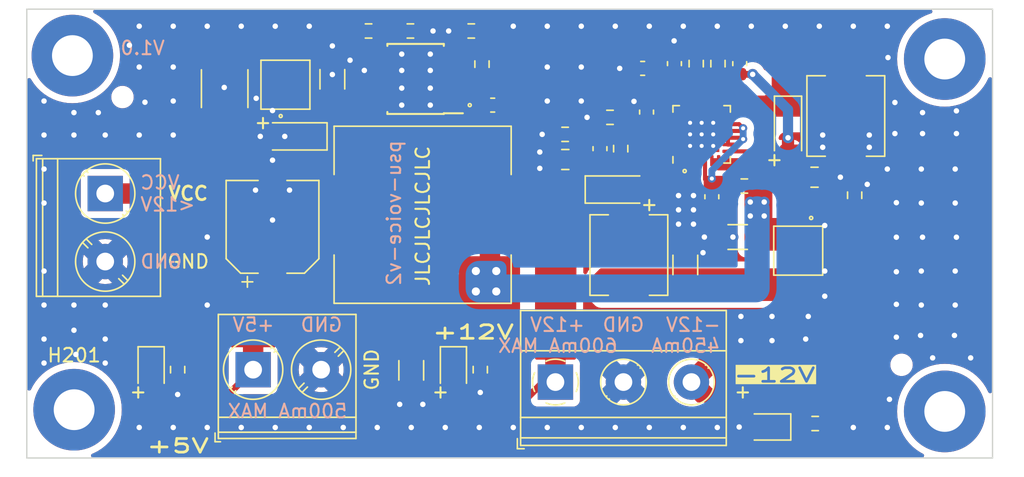
<source format=kicad_pcb>
(kicad_pcb (version 20221018) (generator pcbnew)
  (layers (0 "F.Cu" signal) (1 "In1.Cu" power "GND1") (2 "In2.Cu" power "GND2") (31 "B.Cu" signal) (34 "B.Paste" user) (35 "F.Paste" user) (36 "B.SilkS" user "B.Silkscreen") (37 "F.SilkS" user "F.Silkscreen") (38 "B.Mask" user) (39 "F.Mask" user) (44 "Edge.Cuts" user))
  (net 0 "")
  (net 1 "GND")
  (net 2 "+12V")
  (net 3 "-12V")
  (net 4 "VCC")
  (net 5 "+5V")
  (net 6 "Net-(Q101-S)")
  (net 7 "Net-(Q102-D)")
  (net 8 "Net-(U101-ENN)")
  (net 9 "Net-(U102-BOOT)")
  (net 10 "Net-(D102-K)")
  (net 11 "Net-(U101-CP)")
  (net 12 "Net-(U101-FBP)")
  (net 13 "Net-(U101-FBN)")
  (net 14 "Net-(U101-VREF)")
  (net 15 "Net-(U101-CN)")
  (net 16 "Net-(D101-A)")
  (net 17 "Net-(D103-K)")
  (net 18 "Net-(D104-K)")
  (net 19 "Net-(D105-K)")
  (net 20 "Net-(D106-K)")
  (net 21 "Net-(Q101-D)")
  (net 22 "Net-(Q102-G)")
  (net 23 "Net-(U102-EN)")
  (net 28 "PSU_FB")
  (footprint "MountingHole:MountingHole_2.1mm" (layer "F.Cu") (at 26.035 21.463)
    (fp_text reference "REF**")
    (fp_text value "MountingHole_1.152mm")
  )
  (footprint "MountingHole:MountingHole_2.1mm" (layer "F.Cu") (at 83.312 41.148)
    (fp_text reference "REF**")
    (fp_text value "MountingHole_1.152mm")
  )
  (footprint "Resistor_SMD:R_0603_1608Metric" (layer "F.Cu") (at 52.465 19.0435 -90)
    (fp_text reference "R108")
    (fp_text value "10k")
  )
  (footprint "Capacitor_SMD:C_1206_3216Metric" (layer "F.Cu") (at 71.265 31.756 180)
    (fp_text reference "C101")
    (fp_text value "10u")
  )
  (footprint "MountingHole:MountingHole_3mm_Pad" (layer "F.Cu") (at 22.352 18.415)
    (fp_text reference "H202" hide)
    (fp_text value "MountingHole")
  )
  (footprint "MountingHole:MountingHole_3mm_Pad" (layer "F.Cu") (at 86.487 44.577)
    (fp_text reference "H204" hide)
    (fp_text value "MountingHole")
  )
  (footprint "MountingHole:MountingHole_3mm_Pad" (layer "F.Cu") (at 86.487 18.669)
    (fp_text reference "H203" hide)
    (fp_text value "MountingHole")
  )
  (footprint "Inductor_SMD:L_Sunlord_MWSA0518S" (layer "F.Cu") (at 79.215 22.856 -90)
    (fp_text reference "L103")
    (fp_text value "10u")
  )
  (footprint "PCM_Package_TO_SOT_SMD_AKL:SOT-23" (layer "F.Cu") (at 75.715 32.756 -90)
    (fp_text reference "Q102")
    (fp_text value "AO3401A" hide)
  )
  (footprint "Package_SO:TI_SO-PowerPAD-8_ThermalVias" (layer "F.Cu") (at 47.5836 20.1314 180)
    (fp_text reference "U102")
    (fp_text value "TPS5430DDA")
  )
  (footprint "Resistor_SMD:R_0603_1608Metric" (layer "F.Cu") (at 61.8775 22.956)
    (fp_text reference "R105")
    (fp_text value "110k")
  )
  (footprint "TerminalBlock_Phoenix:TerminalBlock_Phoenix_PT-1,5-2-5.0-H_1x02_P5.00mm_Horizontal" (layer "F.Cu") (at 24.765 28.556 -90)
    (fp_text reference "J101")
    (fp_text value "Screw_Terminal_01x02")
  )
  (footprint "Inductor_SMD:L_Sunlord_SWRB1204S" (layer "F.Cu") (at 48.1012 30.117)
    (fp_text reference "L102")
    (fp_text value "47u")
  )
  (footprint "Resistor_SMD:R_0603_1608Metric" (layer "F.Cu") (at 68.215 19.006 90)
    (fp_text reference "R106")
    (fp_text value "100k")
  )
  (footprint "Resistor_SMD:R_0603_1608Metric" (layer "F.Cu") (at 71.7525 28.006)
    (fp_text reference "R101")
    (fp_text value "100")
  )
  (footprint "Resistor_SMD:R_0603_1608Metric" (layer "F.Cu") (at 44.1275 16.606 180)
    (fp_text reference "R102")
    (fp_text value "100k")
  )
  (footprint "Capacitor_SMD:C_0603_1608Metric" (layer "F.Cu") (at 66.615 19.006 90)
    (fp_text reference "C111")
    (fp_text value "220n")
  )
  (footprint "Capacitor_SMD:C_1206_3216Metric" (layer "F.Cu") (at 67.415 33.806 90)
    (fp_text reference "C103")
    (fp_text value "10u")
  )
  (footprint "Capacitor_SMD:C_0603_1608Metric" (layer "F.Cu") (at 53.2525 22.056)
    (fp_text reference "C105")
    (fp_text value "10n")
  )
  (footprint "Capacitor_SMD:C_0603_1608Metric" (layer "F.Cu") (at 71.415 19.006 -90)
    (fp_text reference "C109")
    (fp_text value "8p2")
  )
  (footprint "Diode_SMD:D_SOD-123" (layer "F.Cu") (at 38.715 24.356 180)
    (fp_text reference "D102")
    (fp_text value "B5819W")
  )
  (footprint "LED_SMD:LED_0805_2012Metric" (layer "F.Cu") (at 28.14 41.506 -90)
    (fp_text reference "D104")
    (fp_text value "RED")
  )
  (footprint "Capacitor_SMD:CP_Elec_6.3x7.7" (layer "F.Cu") (at 37.065 31.006 90)
    (fp_text reference "C110")
    (fp_text value "220u")
  )
  (footprint "Capacitor_SMD:C_1206_3216Metric" (layer "F.Cu") (at 41.465 20.156 90)
    (fp_text reference "C102")
    (fp_text value "10u")
  )
  (footprint "Capacitor_SMD:C_0603_1608Metric" (layer "F.Cu") (at 64.565 22.5685 90)
    (fp_text reference "C106")
    (fp_text value "10n")
  )
  (footprint "Resistor_SMD:R_0603_1608Metric" (layer "F.Cu") (at 47.2025 16.606 180)
    (fp_text reference "R103")
    (fp_text value "100k")
  )
  (footprint "MountingHole:MountingHole_3mm_Pad" (layer "F.Cu") (at 22.479 44.45)
    (fp_text reference "H201")
    (fp_text value "MountingHole")
  )
  (footprint "TerminalBlock_Phoenix:TerminalBlock_Phoenix_PT-1,5-2-5.0-H_1x02_P5.00mm_Horizontal" (layer "F.Cu") (at 35.64 41.506)
    (fp_text reference "J103")
    (fp_text value "Screw_Terminal_01x02")
  )
  (footprint "Capacitor_SMD:C_0603_1608Metric" (layer "F.Cu") (at 69.365 28.7935 -90)
    (fp_text reference "C104")
    (fp_text value "100n")
  )
  (footprint "Capacitor_SMD:C_0805_2012Metric" (layer "F.Cu") (at 76.915 27.356)
    (fp_text reference "C112")
    (fp_text value "22u")
  )
  (footprint "TerminalBlock_Phoenix:TerminalBlock_Phoenix_MKDS-1,5-3_1x03_P5.00mm_Horizontal" (layer "F.Cu") (at 57.865 42.418)
    (fp_text reference "J102")
    (fp_text value "Screw_Terminal_01x03")
  )
  (footprint "LED_SMD:LED_0805_2012Metric" (layer "F.Cu") (at 50.365 41.506 -90)
    (fp_text reference "D105")
    (fp_text value "GREEN")
  )
  (footprint "Diode_SMD:D_SOD-123" (layer "F.Cu") (at 62.415 28.2628)
    (fp_text reference "D101")
    (fp_text value "B5819W")
  )
  (footprint "Capacitor_SMD:C_0603_1608Metric" (layer "F.Cu") (at 64.2775 19.356 180)
    (fp_text reference "C114")
    (fp_text value "4n7")
  )
  (footprint "Capacitor_SMD:C_0805_2012Metric" (layer "F.Cu") (at 58.59 26.056 180)
    (fp_text reference "C113")
    (fp_text value "22u")
  )
  (footprint "Resistor_SMD:R_0603_1608Metric" (layer "F.Cu") (at 30.09 41.506 90)
    (fp_text reference "R112")
    (fp_text value "1k5")
  )
  (footprint "Resistor_SMD:R_0603_1608Metric" (layer "F.Cu") (at 52.34 41.506 90)
    (fp_text reference "R113")
    (fp_text value "4k3")
  )
  (footprint "Diode_SMD:D_SOD-123" (layer "F.Cu") (at 74.965 23.756 -90)
    (fp_text reference "D103")
    (fp_text value "B5819W")
  )
  (footprint "PCM_Package_TO_SOT_SMD_AKL:SOT-23" (layer "F.Cu") (at 38.015 20.556 90)
    (fp_text reference "Q101")
    (fp_text value "AO3401A" hide)
  )
  (footprint "Resistor_SMD:R_0603_1608Metric" (layer "F.Cu") (at 62.665 25.256 -90)
    (fp_text reference "R104")
    (fp_text value "1M")
  )
  (footprint "Capacitor_SMD:C_0603_1608Metric" (layer "F.Cu") (at 61.14 25.256 90)
    (fp_text reference "C108")
    (fp_text value "6p8")
  )
  (footprint "Inductor_SMD:L_Sunlord_MWSA0518S" (layer "F.Cu") (at 63.265 33.0788 90)
    (fp_text reference "L101")
    (fp_text value "10u")
  )
  (footprint "Resistor_SMD:R_0603_1608Metric" (layer "F.Cu") (at 58.5775 24.206)
    (fp_text reference "R111")
    (fp_text value "12k")
  )
  (footprint "LED_SMD:LED_0805_2012Metric" (layer "F.Cu") (at 73.4845 45.72 180)
    (fp_text reference "D106")
    (fp_text value "YELLOW")
  )
  (footprint "Capacitor_SMD:C_1206_3216Metric" (layer "F.Cu") (at 47.265 41.556 -90)
    (fp_text reference "C107")
    (fp_text value "10u")
  )
  (footprint "Resistor_SMD:R_0603_1608Metric" (layer "F.Cu") (at 69.815 19.006 90)
    (fp_text reference "R107")
    (fp_text value "1M")
  )
  (footprint "Resistor_SMD:R_0603_1608Metric" (layer "F.Cu") (at 51.6775 16.606)
    (fp_text reference "R109")
    (fp_text value "3k3")
  )
  (footprint "Package_DFN_QFN:QFN-24-1EP_4x4mm_P0.5mm_EP2.6x2.6mm" (layer "F.Cu") (at 68.615 24.206 90)
    (fp_text reference "U101")
    (fp_text value "TPS65131RGER")
  )
  (footprint "Resistor_SMD:R_0603_1608Metric" (layer "F.Cu") (at 76.962 45.466)
    (fp_text reference "R114")
    (fp_text value "5k1")
  )
  (footprint "Fuse:Fuse_1812_4532Metric" (layer "F.Cu") (at 33.547 20.846 -90)
    (fp_text reference "F101")
    (fp_text value "500mA")
  )
  (footprint "Resistor_SMD:R_0603_1608Metric" (layer "F.Cu") (at 79.865 28.681 -90)
    (fp_text reference "R110")
    (fp_text value "12k")
  )
  (gr_circle (center 67.365 26.906) (end 67.39 26.956) (stroke (width 0.12)) (fill none) (layer "F.SilkS"))
  (gr_circle (center 76.665 30.353) (end 76.69 30.403) (stroke (width 0.12)) (fill none) (layer "F.SilkS"))
  (gr_circle (center 37.665 22.86) (end 37.715 22.86) (stroke (width 0.12)) (fill none) (layer "F.SilkS"))
  (gr_circle (center 51.565 22.056) (end 51.565 22.106) (stroke (width 0.12)) (fill none) (layer "F.SilkS"))
  (gr_line (start 19 15) (end 90 15) (stroke (width 0.1)) (layer "Edge.Cuts"))
  (gr_line (start 90 15) (end 90 48) (stroke (width 0.1)) (layer "Edge.Cuts"))
  (gr_line (start 19 48) (end 19 15) (stroke (width 0.1)) (layer "Edge.Cuts"))
  (gr_line (start 90 48) (end 19 48) (stroke (width 0.1)) (layer "Edge.Cuts"))
  (gr_text "GND" (at 40.665 38.206) (layer "B.SilkS") (effects (font (size 1 1)) (justify mirror)))
  (gr_text "+5V" (at 35.665 38.206) (layer "B.SilkS") (effects (font (size 1 1)) (justify mirror)))
  (gr_text "+12V" (at 58.015 38.206) (layer "B.SilkS") (effects (font (size 1 1)) (justify mirror)))
  (gr_text "GND" (at 62.865 38.206) (layer "B.SilkS") (effects (font (size 1 1)) (justify mirror)))
  (gr_text "-12V" (at 68 38.206) (layer "B.SilkS") (effects (font (size 1 1)) (justify mirror)))
  (gr_text "GND" (at 27.265 33.556) (layer "B.SilkS") (effects (font (size 1 1)) (justify right mirror)))
  (gr_text "600mA MAX" (at 58.039 39.751) (layer "B.SilkS") (effects (font (size 1 1)) (justify mirror)))
  (gr_text "450mA" (at 67.437 39.751) (layer "B.SilkS") (effects (font (size 1 1)) (justify mirror)))
  (gr_text "500mA MAX" (at 38.165 44.556) (layer "B.SilkS") (effects (font (size 1 1)) (justify mirror)))
  (gr_text "VCC\n<12V" (at 27.265 28.556) (layer "B.SilkS") (effects (font (size 1 1)) (justify right mirror)))
  (gr_text "V1.0" (at 27.515 17.856) (layer "B.SilkS") (effects (font (size 1 1)) (justify mirror)))
  (gr_text "psu-voice-v2" (at 45.993 29.99 90) (layer "B.SilkS") (effects (font (size 1 1)) (justify mirror)))
  (gr_text "+12V" (at 51.816 38.74906) (layer "F.SilkS") (effects (font (size 1 1.5) (thickness 0.2) bold)))
  (gr_text "-12V" (at 73.9648 41.91) (layer "F.SilkS" knockout) (effects (font (size 1 1.5) (thickness 0.2) bold)))
  (gr_text "GND" (at 44.365 41.506 90) (layer "F.SilkS") (effects (font (size 1 1))))
  (gr_text "GND" (at 30.865 33.556) (layer "F.SilkS") (effects (font (size 1 1))))
  (gr_text "VCC" (at 30.865 28.556) (layer "F.SilkS") (effects (font (size 1 1) (thickness 0.2) bold)))
  (gr_text "+" (at 49.415 43.106) (layer "F.SilkS") (effects (font (size 1 1))))
  (gr_text "+" (at 71.64 43.106) (layer "F.SilkS") (effects (font (size 1 1))))
  (gr_text "+" (at 73.965 26.031) (layer "F.SilkS") (effects (font (size 1 1))))
  (gr_text "+" (at 64.765 29.331) (layer "F.SilkS") (effects (font (size 1 1))))
  (gr_text "+" (at 36.365 23.306) (layer "F.SilkS") (effects (font (size 1 1))))
  (gr_text "+" (at 27.19 43.106) (layer "F.SilkS") (effects (font (size 1 1))))
  (gr_text "+5V" (at 30.099 47.117) (layer "F.SilkS") (effects (font (size 1 1.5) (thickness 0.2) bold)))
  (gr_text "JLCJLCJLCJLC" (at 48.115 30.206 90) (layer "F.SilkS") (effects (font (size 1 1))))
  (segment (start 72.547 45.72) (end 71.6095 45.72) (width 0.75) (layer "F.Cu") (net 1))
  (segment (start 78.965 25.156) (end 79.215 24.906) (width 0.75) (layer "F.Cu") (net 1))
  (segment (start 44.915 19.516) (end 43.825 19.516) (width 0.75) (layer "F.Cu") (net 1))
  (segment (start 79.865 27.8935) (end 80.7775 27.8935) (width 0.5) (layer "F.Cu") (net 1))
  (segment (start 41.465 17.706) (end 41.465 18.756) (width 0.75) (layer "F.Cu") (net 1))
  (segment (start 57.265 26.056) (end 56.715 25.506) (width 0.75) (layer "F.Cu") (net 1))
  (segment (start 37.065 28.306) (end 38.315 28.306) (width 0.75) (layer "F.Cu") (net 1))
  (segment (start 42.765 18.756) (end 41.465 18.756) (width 0.75) (layer "F.Cu") (net 1))
  (segment (start 48.865 16.606) (end 48.0275 16.606) (width 0.75) (layer "F.Cu") (net 1))
  (segment (start 48.115 44.056) (end 48.115 43.881) (width 0.75) (layer "F.Cu") (net 1))
  (segment (start 64.565 21.7935) (end 63.6525 21.7935) (width 0.75) (layer "F.Cu") (net 1))
  (segment (start 30.09 43.331) (end 30.09 42.331) (width 0.75) (layer "F.Cu") (net 1))
  (segment (start 43.825 19.516) (end 43.815 19.506) (width 0.75) (layer "F.Cu") (net 1))
  (segment (start 44.915 19.516) (end 46.98 19.516) (width 0.75) (layer "F.Cu") (net 1))
  (segment (start 37.065 28.306) (end 35.815 28.306) (width 0.75) (layer "F.Cu") (net 1))
  (segment (start 63.5025 19.356) (end 62.59 19.356) (width 0.75) (layer "F.Cu") (net 1))
  (segment (start 77.515 25.156) (end 78.965 25.156) (width 0.75) (layer "F.Cu") (net 1))
  (segment (start 57.64 26.056) (end 57.365 26.056) (width 0.75) (layer "F.Cu") (net 1))
  (segment (start 50.8525 16.606) (end 50.015 16.606) (width 0.75) (layer "F.Cu") (net 1))
  (segment (start 70.915 31.756) (end 69.865 31.756) (width 0.75) (layer "F.Cu") (net 1))
  (segment (start 64.79 21.781) (end 64.565 21.781) (width 0.3) (layer "F.Cu") (net 1))
  (segment (start 77.865 27.356) (end 78.815 27.356) (width 0.75) (layer "F.Cu") (net 1))
  (segment (start 37.065 28.306) (end 37.065 26.106) (width 0.75) (layer "F.Cu") (net 1))
  (segment (start 46.415 44.056) (end 46.415 43.881) (width 0.75) (layer "F.Cu") (net 1))
  (segment (start 37.065 21.556) (end 37.065 22.456) (width 0.75) (layer "F.Cu") (net 1))
  (segment (start 37.065 24.356) (end 36.165 24.356) (width 0.75) (layer "F.Cu") (net 1))
  (segment (start 79.865 24.256) (end 79.215 24.906) (width 0.75) (layer "F.Cu") (net 1))
  (segment (start 37.065 28.306) (end 37.065 30.506) (width 0.75) (layer "F.Cu") (net 1))
  (segment (start 77.515 24.256) (end 78.565 24.256) (width 0.75) (layer "F.Cu") (net 1))
  (segment (start 61.0525 22.956) (end 60.19 22.956) (width 0.75) (layer "F.Cu") (net 1))
  (segment (start 52.34 43.181) (end 52.34 42.331) (width 0.75) (layer "F.Cu") (net 1))
  (segment (start 41.465 18.756) (end 41.465 19.806) (width 0.75) (layer "F.Cu") (net 1))
  (segment (start 80.94 24.256) (end 79.865 24.256) (width 0.75) (layer "F.Cu") (net 1))
  (segment (start 37.065 24.356) (end 37.965 24.356) (width 0.75) (layer "F.Cu") (net 1))
  (segment (start 57.365 26.056) (end 56.715 26.706) (width 0.75) (layer "F.Cu") (net 1))
  (segment (start 66.6775 22.956) (end 65.965 22.956) (width 0.3) (layer "F.Cu") (net 1))
  (segment (start 78.565 24.256) (end 79.215 24.906) (width 0.75) (layer "F.Cu") (net 1))
  (segment (start 48.115 43.881) (end 47.265 43.031) (width 0.75) (layer "F.Cu") (net 1))
  (segment (start 46.415 43.881) (end 47.265 43.031) (width 0.75) (layer "F.Cu") (net 1))
  (segment (start 79.465 25.156) (end 79.215 24.906) (width 0.75) (layer "F.Cu") (net 1))
  (segment (start 57.7525 24.206) (end 56.89 24.206) (width 0.75) (layer "F.Cu") (net 1))
  (segment (start 66.615 18.231) (end 66.615 17.356) (width 0.75) (layer "F.Cu") (net 1))
  (segment (start 80.7775 27.8935) (end 80.79 27.881) (width 0.5) (layer "F.Cu") (net 1))
  (segment (start 65.965 22.956) (end 64.79 21.781) (width 0.3) (layer "F.Cu") (net 1))
  (segment (start 80.94 25.156) (end 79.465 25.156) (width 0.75) (layer "F.Cu") (net 1))
  (segment (start 66.615 17.356) (end 66.59 17.331) (width 0.75) (layer "F.Cu") (net 1))
  (segment (start 63.6525 21.7935) (end 63.64 21.781) (width 0.75) (layer "F.Cu") (net 1))
  (segment (start 57.64 26.056) (end 57.265 26.056) (width 0.75) (layer "F.Cu") (net 1))
  (via (at 67.765 24.206) (size 0.6) (drill 0.3) (layers "F.Cu" "B.Cu") (net 1))
  (via (at 67.765 23.356) (size 0.6) (drill 0.3) (layers "F.Cu" "B.Cu") (net 1))
  (via (at 68.615 23.356) (size 0.6) (drill 0.3) (layers "F.Cu" "B.Cu") (net 1))
  (via (at 69.465 23.356) (size 0.6) (drill 0.3) (layers "F.Cu" "B.Cu") (net 1))
  (via (at 69.465 24.206) (size 0.6) (drill 0.3) (layers "F.Cu" "B.Cu") (net 1))
  (via (at 69.465 25.056) (size 0.6) (drill 0.3) (layers "F.Cu" "B.Cu") (net 1))
  (via (at 68.615 25.056) (size 0.6) (drill 0.3) (layers "F.Cu" "B.Cu") (net 1))
  (via (at 67.765 25.056) (size 0.6) (drill 0.3) (layers "F.Cu" "B.Cu") (net 1))
  (via (at 56.715 25.506) (size 0.8) (drill 0.4) (layers "F.Cu" "B.Cu") (net 1))
  (via (at 56.89 24.206) (size 0.8) (drill 0.4) (layers "F.Cu" "B.Cu") (net 1))
  (via (at 60.19 22.956) (size 0.8) (drill 0.4) (layers "F.Cu" "B.Cu") (net 1))
  (via (at 63.64 21.781) (size 0.8) (drill 0.4) (layers "F.Cu" "B.Cu") (net 1))
  (via (at 62.59 19.356) (size 0.8) (drill 0.4) (layers "F.Cu" "B.Cu") (net 1))
  (via (at 66.59 17.331) (size 0.8) (drill 0.4) (layers "F.Cu" "B.Cu") (net 1))
  (via (at 78.815 27.356) (size 0.8) (drill 0.4) (layers "F.Cu" "B.Cu") (net 1))
  (via (at 80.79 27.881) (size 0.8) (drill 0.4) (layers "F.Cu" "B.Cu") (net 1))
  (via (at 80.94 25.156) (size 0.8) (drill 0.4) (layers "F.Cu" "B.Cu") (net 1))
  (via (at 80.94 24.256) (size 0.8) (drill 0.4) (layers "F.Cu" "B.Cu") (net 1))
  (via (at 77.515 24.256) (size 0.8) (drill 0.4) (layers "F.Cu" "B.Cu") (net 1))
  (via (at 77.515 25.156) (size 0.8) (drill 0.4) (layers "F.Cu" "B.Cu") (net 1))
  (via (at 68.715 32.906) (size 0.8) (drill 0.4) (layers "F.Cu" "B.Cu") (net 1))
  (via (at 68.815 31.756) (size 0.8) (drill 0.4) (layers "F.Cu" "B.Cu") (net 1))
  (via (at 52.34 43.181) (size 0.8) (drill 0.4) (layers "F.Cu" "B.Cu") (net 1))
  (via (at 30.09 43.331) (size 0.8) (drill 0.4) (layers "F.Cu" "B.Cu") (net 1))
  (via (at 29.765 16.256) (size 0.8) (drill 0.4) (layers "F.Cu" "B.Cu") (net 1))
  (via (at 32.265 16.256) (size 0.8) (drill 0.4) (layers "F.Cu" "B.Cu") (net 1))
  (via (at 34.765 16.256) (size 0.8) (drill 0.4) (layers "F.Cu" "B.Cu") (net 1))
  (via (at 37.265 16.256) (size 0.8) (drill 0.4) (layers "F.Cu" "B.Cu") (net 1))
  (via (at 59.765 16.256) (size 0.8) (drill 0.4) (layers "F.Cu" "B.Cu") (net 1))
  (via (at 62.265 16.256) (size 0.8) (drill 0.4) (layers "F.Cu" "B.Cu") (net 1))
  (via (at 64.765 16.256) (size 0.8) (drill 0.4) (layers "F.Cu" "B.Cu") (net 1))
  (via (at 67.265 16.256) (size 0.8) (drill 0.4) (layers "F.Cu" "B.Cu") (net 1))
  (via (at 69.765 16.256) (size 0.8) (drill 0.4) (layers "F.Cu" "B.Cu") (net 1))
  (via (at 72.265 16.256) (size 0.8) (drill 0.4) (layers "F.Cu" "B.Cu") (net 1))
  (via (at 74.765 16.256) (size 0.8) (drill 0.4) (layers "F.Cu" "B.Cu") (net 1))
  (via (at 77.265 16.256) (size 0.8) (drill 0.4) (layers "F.Cu" "B.Cu") (net 1))
  (via (at 79.765 16.256) (size 0.8) (drill 0.4) (layers "F.Cu" "B.Cu") (net 1))
  (via (at 82.265 16.256) (size 0.8) (drill 0.4) (layers "F.Cu" "B.Cu") (net 1))
  (via (at 26.543 17.653) (size 0.8) (drill 0.4) (layers "F.Cu" "B.Cu") (net 1))
  (via (at 20.265 26.756) (size 0.8) (drill 0.4) (layers "F.Cu" "B.Cu") (net 1))
  (via (at 20.265 41.021) (size 0.8) (drill 0.4) (layers "F.Cu" "B.Cu") (net 1))
  (via (at 20.265 39.256) (size 0.8) (drill 0.4) (layers "F.Cu" "B.Cu") (net 1))
  (via (at 20.265 36.756) (size 0.8) (drill 0.4) (layers "F.Cu" "B.Cu") (net 1))
  (via (at 20.265 34.256) (size 0.8) (drill 0.4) (layers "F.Cu" "B.Cu") (net 1))
  (via (at 20.265 29.256) (size 0.8) (drill 0.4) (layers "F.Cu" "B.Cu") (net 1))
  (via (at 20.265 24.256) (size 0.8) (drill 0.4) (layers "F.Cu" "B.Cu") (net 1))
  (via (at 20.265 21.756) (size 0.8) (drill 0.4) (layers "F.Cu" "B.Cu") (net 1))
  (via (at 32.265 45.756) (size 0.8) (drill 0.4) (layers "F.Cu" "B.Cu") (net 1))
  (via (at 34.765 45.756) (size 0.8) (drill 0.4) (layers "F.Cu" "B.Cu") (net 1))
  (via (at 52.265 45.756) (size 0.8) (drill 0.4) (layers "F.Cu" "B.Cu") (net 1))
  (via (at 82.265 45.756) (size 0.8) (drill 0.4) (layers "F.Cu" "B.Cu") (net 1))
  (via (at 39.765 45.756) (size 0.8) (drill 0.4) (layers "F.Cu" "B.Cu") (net 1))
  (via (at 42.265 45.756) (size 0.8) (drill 0.4) (layers "F.Cu" "B.Cu") (net 1))
  (via (at 64.765 45.756) (size 0.8) (drill 0.4) (layers "F.Cu" "B.Cu") (net 1))
  (via (at 59.765 45.756) (size 0.8) (drill 0.4) (layers "F.Cu" "B.Cu") (net 1))
  (via (at 47.265 45.756) (size 0.8) (drill 0.4) (layers "F.Cu" "B.Cu") (net 1))
  (via (at 49.765 45.756) (size 0.8) (drill 0.4) (layers "F.Cu" "B.Cu") (net 1))
  (via (at 54.765 45.756) (size 0.8) (drill 0.4) (layers "F.Cu" "B.Cu") (net 1))
  (via (at 67.265 45.756) (size 0.8) (drill 0.4) (layers "F.Cu" "B.Cu") (net 1))
  (via (at 27.265 45.756) (size 0.8) (drill 0.4) (layers "F.Cu" "B.Cu") (net 1))
  (via (at 37.265 45.756) (size 0.8) (drill 0.4) (layers "F.Cu" "B.Cu") (net 1))
  (via (at 44.765 45.756) (size 0.8) (drill 0.4) (layers "F.Cu" "B.Cu") (net 1))
  (via (at 69.765 45.756) (size 0.8) (drill 0.4) (layers "F.Cu" "B.Cu") (net 1))
  (via (at 57.265 45.756) (size 0.8) (drill 0.4) (layers "F.Cu" "B.Cu") (net 1))
  (via (at 62.265 45.756) (size 0.8) (drill 0.4) (layers "F.Cu" "B.Cu") (net 1))
  (via (at 79.765 45.756) (size 0.8) (drill 0.4) (layers "F.Cu" "B.Cu") (net 1))
  (via (at 29.765 45.756) (size 0.8) (drill 0.4) (layers "F.Cu" "B.Cu") (net 1))
  (via (at 66.915 28.706) (size 0.8) (drill 0.4) (layers "F.Cu" "B.Cu") (net 1))
  (via (at 68.015 28.706) (size 0.8) (drill 0.4) (layers "F.Cu" "B.Cu") (net 1))
  (via (at 66.915 29.756) (size 0.8) (drill 0.4) (layers "F.Cu" "B.Cu") (net 1))
  (via (at 68.015 29.756) (size 0.8) (drill 0.4) (layers "F.Cu" "B.Cu") (net 1))
  (via (at 66.915 30.806) (size 0.8) (drill 0.4) (layers "F.Cu" "B.Cu") (net 1))
  (via (at 68.015 30.806) (size 0.8) (drill 0.4) (layers "F.Cu" "B.Cu") (net 1))
  (via (at 29.765 19.256) (size 0.8) (drill 0.4) (layers "F.Cu" "B.Cu") (net 1))
  (via (at 29.765 21.756) (size 0.8) (drill 0.4) (layers "F.Cu" "B.Cu") (net 1))
  (via (at 29.765 24.256) (size 0.8) (drill 0.4) (layers "F.Cu" "B.Cu") (net 1))
  (via (at 27.265 24.256) (size 0.8) (drill 0.4) (layers "F.Cu" "B.Cu") (net 1))
  (via (at 24.765 24.256) (size 0.8) (drill 0.4) (layers "F.Cu" "B.Cu") (net 1))
  (via (at 27.686 21.844) (size 0.8) (drill 0.4) (layers "F.Cu" "B.Cu") (net 1))
  (via (at 27.265 19.256) (size 0.8) (drill 0.4) (layers "F.Cu" "B.Cu") (net 1))
  (via (at 24.257 22.606) (size 0.8) (drill 0.4) (layers "F.Cu" "B.Cu") (net 1))
  (via (at 24.765 36.756) (size 0.8) (drill 0.4) (layers "F.Cu" "B.Cu") (net 1))
  (via (at 24.765 39.256) (size 0.8) (drill 0.4) (layers "F.Cu" "B.Cu") (net 1))
  (via (at 32.265 31.756) (size 0.8) (drill 0.4) (layers "F.Cu" "B.Cu") (net 1))
  (via (at 57.265 19.256) (size 0.8) (drill 0.4) (layers "F.Cu" "B.Cu") (net 1))
  (via (at 59.765 19.256) (size 0.8) (drill 0.4) (layers "F.Cu" "B.Cu") (net 1))
  (via (at 59.765 21.756) (size 0.8) (drill 0.4) (layers "F.Cu" "B.Cu") (net 1))
  (via (at 57.265 21.756) (size 0.8) (drill 0.4) (layers "F.Cu" "B.Cu") (net 1))
  (via (at 82.265 26.756) (size 0.8) (drill 0.4) (layers "F.Cu" "B.Cu") (net 1))
  (via (at 84.765 34.256) (size 0.8) (drill 0.4) (layers "F.Cu" "B.Cu") (net 1))
  (via (at 84.765 36.756) (size 0.8) (drill 0.4) (layers "F.Cu" "B.Cu") (net 1))
  (via (at 32.265 36.756) (size 0.8) (drill 0.4) (layers "F.Cu" "B.Cu") (net 1))
  (via (at 84.765 26.756) (size 0.8) (drill 0.4) (layers "F.Cu" "B.Cu") (net 1))
  (via (at 84.765 29.256) (size 0.8) (drill 0.4) (layers "F.Cu" "B.Cu") (net 1))
  (via (at 39.765 16.256) (size 0.8) (drill 0.4) (layers "F.Cu" "B.Cu") (net 1))
  (via (at 57.265 16.256) (size 0.8) (drill 0.4) (layers "F.Cu" "B.Cu") (net 1))
  (via (at 54.765 16.256) (size 0.8) (drill 0.4) (layers "F.Cu" "B.Cu") (net 1))
  (via (at 43.815 19.506) (size 0.8) (drill 0.4) (layers "F.Cu" "B.Cu") (net 1))
  (via (at 41.465 19.806) (size 0.8) (drill 0.4) (layers "F.Cu" "B.Cu") (net 1))
  (via (at 41.465 17.706) (size 0.8) (drill 0.4) (layers "F.Cu" "B.Cu") (net 1))
  (via (at 42.765 18.756) (size 0.8) (drill 0.4) (layers "F.Cu" "B.Cu") (net 1))
  (via (at 46.565 18.306) (size 0.8) (drill 0.4) (layers "F.Cu" "B.Cu") (net 1))
  (via (at 48.665 18.306) (size 0.8) (drill 0.4) (layers "F.Cu" "B.Cu") (net 1))
  (via (at 46.565 19.506) (size 0.8) (drill 0.4) (layers "F.Cu" "B.Cu") (net 1))
  (via (at 48.665 19.506) (size 0.8) (drill 0.4) (layers "F.Cu" "B.Cu") (net 1))
  (via (at 48.665 20.806) (size 0.8) (drill 0.4) (layers "F.Cu" "B.Cu") (net 1))
  (via (at 46.565 20.806) (size 0.8) (drill 0.4) (layers "F.Cu" "B.Cu") (net 1))
  (via (at 46.565 22.056) (size 0.8) (drill 0.4) (layers "F.Cu" "B.Cu") (net 1))
  (via (at 48.665 22.056) (size 0.8) (drill 0.4) (layers "F.Cu" "B.Cu") (net 1))
  (via (at 48.865 16.606) (size 0.8) (drill 0.4) (layers "F.Cu" "B.Cu") (net 1))
  (via (at 50.015 16.606) (size 0.8) (drill 0.4) (layers "F.Cu" "B.Cu") (net 1))
  (via (at 38.315 28.306) (size 0.8) (drill 0.4) (layers "F.Cu" "B.Cu") (net 1))
  (via (at 35.815 28.306) (size 0.8) (drill 0.4) (layers "F.Cu" "B.Cu") (net 1))
  (via (at 37.065 26.106) (size 0.8) (drill 0.4) (layers "F.Cu" "B.Cu") (net 1))
  (via (at 37.065 30.506) (size 0.8) (drill 0.4) (layers "F.Cu" "B.Cu") (net 1))
  (via (at 36.165 24.356) (size 0.8) (drill 0.4) (layers "F.Cu" "B.Cu") (net 1))
  (via (at 37.965 24.356) (size 0.8) (drill 0.4) (layers "F.Cu" "B.Cu") (net 1))
  (via (at 37.065 22.456) (size 0.8) (drill 0.4) (layers "F.Cu" "B.Cu") (net 1))
  (via (at 56.715 26.706) (size 0.8) (drill 0.4) (layers "F.Cu" "B.Cu") (net 1))
  (via (at 70.915 31.756) (size 0.8) (drill 0.4) (layers "F.Cu" "B.Cu") (net 1))
  (via (at 46.415 44.056) (size 0.8) (drill 0.4) (layers "F.Cu" "B.Cu") (net 1))
  (via (at 48.115 44.056) (size 0.8) (drill 0.4) (layers "F.Cu" "B.Cu") (net 1))
  (via (at 76.265 39.256) (size 0.8) (drill 0.4) (layers "F.Cu" "B.Cu") (net 1))
  (via (at 77.665 36.106) (size 0.8) (drill 0.4) (layers "F.Cu" "B.Cu") (net 1))
  (via (at 77.665 34.256) (size 0.8) (drill 0.4) (layers "F.Cu" "B.Cu") (net 1))
  (via (at 22.465 24.256) (size 0.8) (drill 0.4) (layers "F.Cu" "B.Cu") (net 1))
  (via (at 22.465 22.606) (size 0.8) (drill 0.4) (layers "F.Cu" "B.Cu") (net 1))
  (via (at 22.465 36.756) (size 0.8) (drill 0.4) (layers "F.Cu" "B.Cu") (net 1))
  (via (at 22.465 38.608) (size 0.8) (drill 0.4) (layers "F.Cu" "B.Cu") (net 1))
  (via (at 24.765 41.021) (size 0.8) (drill 0.4) (layers "F.Cu" "B.Cu") (net 1))
  (via (at 77.665 30.906) (size 0.8) (drill 0.4) (layers "F.Cu" "B.Cu") (net 1))
  (via (at 35.865 21.556) (size 0.8) (drill 0.4) (layers "F.Cu" "B.Cu") (net 1))
  (via (at 33.515 20.756) (size 0.8) (drill 0.4) (layers "F.Cu" "B.Cu") (net 1))
  (via (at 82.823 21.862) (size 0.8) (drill 0.4) (layers "F.Cu" "B.Cu") (net 1))
  (via (at 82.931 31.768) (size 0.8) (drill 0.4) (layers "F.Cu" "B.Cu") (net 1))
  (via (at 82.931 29.228) (size 0.8) (drill 0.4) (layers "F.Cu" "B.Cu") (net 1))
  (via (at 71.501 37.592) (size 0.8) (drill 0.4) (layers "F.Cu" "B.Cu") (net 1))
  (via (at 87.256646 29.256) (size 0.8) (drill 0.4) (layers "F.Cu" "B.Cu") (net 1))
  (via (at 84.855 22.606) (size 0.8) (drill 0.4) (layers "F.Cu" "B.Cu") (net 1))
  (via (at 87.346646 31.768) (size 0.8) (drill 0.4) (layers "F.Cu" "B.Cu") (net 1))
  (via (at 82.315 18.56) (size 0.8) (drill 0.4) (layers "F.Cu" "B.Cu") (net 1))
  (via (at 85.598 40.64) (size 0.8) (drill 0.4) (layers "F.Cu" "B.Cu") (net 1))
  (via (at 88.392 40.64) (size 0.8) (drill 0.4) (layers "F.Cu" "B.Cu") (net 1))
  (via (at 84.709 38.989) (size 0.8) (drill 0.4) (layers "F.Cu" "B.Cu") (net 1))
  (via (at 87.346646 24.148) (size 0.8) (drill 0.4) (layers "F.Cu" "B.Cu") (net 1))
  (via (at 27.265 16.256) (size 0.8) (drill 0.4) (layers "F.Cu" "B.Cu") (net 1))
  (via (at 82.931 39.116) (size 0.8) (drill 0.4) (layers "F.Cu" "B.Cu") (net 1))
  (via (at 22.606 40.386) (size 0.8) (drill 0.4) (layers "F.Cu" "B.Cu") (net 1))
  (via (at 87.256646 34.256) (size 0.8) (drill 0.4) (layers "F.Cu" "B.Cu") (net 1))
  (via (at 82.931 36.703) (size 0.8) (drill 0.4) (layers "F.Cu" "B.Cu") (net 1))
  (via (at 71.3739 45.7208) (size 0.8) (drill 0.4) (layers "F.Cu" "B.Cu") (net 1))
  (via (at 84.855 24.148) (size 0.8) (drill 0.4) (layers "F.Cu" "B.Cu") (net 1))
  (via (at 73.787 39.37) (size 0.8) (drill 0.4) (layers "F.Cu" "B.Cu") (net 1))
  (via (at 87.256646 36.756) (size 0.8) (drill 0.4) (layers "F.Cu" "B.Cu") (net 1))
  (via (at 82.823 24.148) (size 0.8) (drill 0.4) (layers "F.Cu" "B.Cu") (net 1))
  (via (at 68.615 24.206) (size 0.6) (drill 0.3) (layers "F.Cu" "B.Cu") (net 1))
  (via (at 87.346646 22.479) (size 0.8) (drill 0.4) (layers "F.Cu" "B.Cu") (net 1))
  (via (at 73.787 37.592) (size 0.8) (drill 0.4) (layers "F.Cu" "B.Cu") (net 1))
  (via (at 87.256646 26.756) (size 0.8) (drill 0.4) (layers "F.Cu" "B.Cu") (net 1))
  (via (at 82.423 43.688) (size 0.8) (drill 0.4) (layers "F.Cu" "B.Cu") (net 1))
  (via (at 76.454 37.592) (size 0.8) (drill 0.4) (layers "F.Cu" "B.Cu") (net 1))
  (via (at 71.501 39.37) (size 0.8) (drill 0.4) (layers "F.Cu" "B.Cu") (net 1))
  (via (at 82.931 34.308) (size 0.8) (drill 0.4) (layers "F.Cu" "B.Cu") (net 1))
  (via (at 84.855 31.768) (size 0.8) (drill 0.4) (layers "F.Cu" "B.Cu") (net 1))
  (via (at 87.200646 38.989) (size 0.8) (drill 0.4) (layers "F.Cu" "B.Cu") (net 1))
  (segment (start 50.365 42.4435) (end 50.365 43.606) (width 0.5) (layer "F.Cu") (net 2))
  (segment (start 54.865 44.506) (end 57.865 41.506) (width 0.5) (layer "F.Cu") (net 2))
  (segment (start 51.265 44.506) (end 54.865 44.506) (width 0.5) (layer "F.Cu") (net 2))
  (segment (start 50.365 43.606) (end 51.265 44.506) (width 0.5) (layer "F.Cu") (net 2))
  (segment (start 71.415 19.7935) (end 71.415 19.7935) (width 0.5) (layer "F.Cu") (net 3))
  (segment (start 69.815 19.7935) (end 71.415 19.7935) (width 0.5) (layer "F.Cu") (net 3))
  (segment (start 76.137 43.37) (end 76.2 43.307) (width 0.75) (layer "F.Cu") (net 3))
  (segment (start 68.865 22.2685) (end 68.865 20.7435) (width 0.3) (layer "F.Cu") (net 3))
  (segment (start 68.865 20.7435) (end 69.815 19.7935) (width 0.3) (layer "F.Cu") (net 3))
  (segment (start 71.415 19.7935) (end 72.365 19.7935) (width 0.5) (layer "F.Cu") (net 3))
  (segment (start 76.137 45.466) (end 76.137 43.37) (width 0.75) (layer "F.Cu") (net 3))
  (via (at 74.965 24.456) (size 0.8) (drill 0.4) (layers "F.Cu" "B.Cu") (net 3))
  (via (at 72.365 19.7935) (size 0.8) (drill 0.4) (layers "F.Cu" "B.Cu") (net 3))
  (segment (start 74.965 22.3935) (end 72.365 19.7935) (width 0.75) (layer "B.Cu") (net 3))
  (segment (start 74.965 24.456) (end 74.965 22.3935) (width 0.75) (layer "B.Cu") (net 3))
  (segment (start 32.64 44.506) (end 35.64 41.506) (width 0.5) (layer "F.Cu") (net 5))
  (segment (start 55.615 24.656) (end 53.065 27.206) (width 0.75) (layer "F.Cu") (net 5))
  (segment (start 28.14 43.881) (end 28.765 44.506) (width 0.5) (layer "F.Cu") (net 5))
  (segment (start 55.04 19.831) (end 55.615 20.406) (width 0.75) (layer "F.Cu") (net 5))
  (segment (start 28.14 42.4435) (end 28.14 43.881) (width 0.5) (layer "F.Cu") (net 5))
  (segment (start 55.615 20.406) (end 55.615 24.656) (width 0.75) (layer "F.Cu") (net 5))
  (segment (start 52.465 19.831) (end 55.04 19.831) (width 0.75) (layer "F.Cu") (net 5))
  (segment (start 53.065 27.206) (end 53.065 30.206) (width 0.75) (layer "F.Cu") (net 5))
  (segment (start 28.765 44.506) (end 32.64 44.506) (width 0.5) (layer "F.Cu") (net 5))
  (via (at 52.015 34.256) (size 1) (drill 0.6) (layers "F.Cu" "B.Cu") (net 5))
  (via (at 73.215 30.206) (size 0.8) (drill 0.4) (layers "F.Cu" "B.Cu") (net 5))
  (via (at 72.19 30.206) (size 0.8) (drill 0.4) (layers "F.Cu" "B.Cu") (net 5))
  (via (at 53.515 34.256) (size 1) (drill 0.6) (layers "F.Cu" "B.Cu") (net 5))
  (via (at 72.19 29.181) (size 0.8) (drill 0.4) (layers "F.Cu" "B.Cu") (net 5))
  (via (at 52.015 35.756) (size 1) (drill 0.6) (layers "F.Cu" "B.Cu") (net 5))
  (via (at 73.215 29.181) (size 0.8) (drill 0.4) (layers "F.Cu" "B.Cu") (net 5))
  (via (at 53.515 35.756) (size 1) (drill 0.6) (layers "F.Cu" "B.Cu") (net 5))
  (segment (start 40.865 16.606) (end 39.615 17.856) (width 0.5) (layer "F.Cu") (net 6))
  (segment (start 40.265 21.556) (end 38.965 21.556) (width 1.5) (layer "F.Cu") (net 6))
  (segment (start 43.34 16.606) (end 40.865 16.606) (width 0.5) (layer "F.Cu") (net 6))
  (segment (start 41.465 21.556) (end 40.265 21.556) (width 1.5) (layer "F.Cu") (net 6))
  (segment (start 44.915 20.786) (end 42.235 20.786) (width 1) (layer "F.Cu") (net 6))
  (segment (start 39.615 20.906) (end 40.265 21.556) (width 0.5) (layer "F.Cu") (net 6))
  (segment (start 42.235 20.786) (end 41.465 21.556) (width 1) (layer "F.Cu") (net 6))
  (segment (start 39.615 17.856) (end 39.615 20.906) (width 0.5) (layer "F.Cu") (net 6))
  (segment (start 70.5525 23.456) (end 71.365 23.456) (width 0.3) (layer "F.Cu") (net 8))
  (segment (start 71.465 23.956) (end 71.665 23.756) (width 0.3) (layer "F.Cu") (net 8))
  (segment (start 71.365 23.456) (end 71.665 23.756) (width 0.3) (layer "F.Cu") (net 8))
  (segment (start 71.265 24.956) (end 71.665 24.556) (width 0.3) (layer "F.Cu") (net 8))
  (segment (start 68.865 27.506) (end 69.365 28.006) (width 0.3) (layer "F.Cu") (net 8))
  (segment (start 70.5525 23.456) (end 70.5525 24.956) (width 0.3) (layer "F.Cu") (net 8))
  (segment (start 70.5525 24.456) (end 71.565 24.456) (width 0.3) (layer "F.Cu") (net 8))
  (segment (start 70.5525 24.956) (end 71.265 24.956) (width 0.3) (layer "F.Cu") (net 8))
  (segment (start 70.5525 23.956) (end 71.465 23.956) (width 0.3) (layer "F.Cu") (net 8))
  (segment (start 71.565 24.456) (end 71.665 24.556) (width 0.3) (layer "F.Cu") (net 8))
  (segment (start 68.865 26.1435) (end 68.865 27.506) (width 0.3) (layer "F.Cu") (net 8))
  (via (at 71.665 24.556) (size 0.6) (drill 0.3) (layers "F.Cu" "B.Cu") (net 8))
  (via (at 71.665 23.756) (size 0.6) (drill 0.3) (layers "F.Cu" "B.Cu") (net 8))
  (via (at 69.365 27.456) (size 0.6) (drill 0.3) (layers "F.Cu" "B.Cu") (net 8))
  (segment (start 69.365 27.456) (end 69.365 26.856) (width 0.5) (layer "B.Cu") (net 8))
  (segment (start 71.665 24.556) (end 71.665 23.756) (width 0.5) (layer "B.Cu") (net 8))
  (segment (start 69.365 26.856) (end 71.665 24.556) (width 0.5) (layer "B.Cu") (net 8))
  (segment (start 52.465 22.056) (end 50.315 22.056) (width 0.75) (layer "F.Cu") (net 9))
  (segment (start 54.04 23.481) (end 53.515 24.006) (width 0.75) (layer "F.Cu") (net 10))
  (segment (start 53.515 24.006) (end 46.015 24.006) (width 0.75) (layer "F.Cu") (net 10))
  (segment (start 46.015 24.006) (end 44.915 22.906) (width 0.75) (layer "F.Cu") (net 10))
  (segment (start 44.915 22.906) (end 44.915 22.056) (width 0.75) (layer "F.Cu") (net 10))
  (segment (start 54.04 22.056) (end 54.04 23.481) (width 0.75) (layer "F.Cu") (net 10))
  (segment (start 65.165 23.956) (end 64.565 23.356) (width 0.3) (layer "F.Cu") (net 11))
  (segment (start 66.6775 23.956) (end 65.165 23.956) (width 0.3) (layer "F.Cu") (net 11))
  (segment (start 62.665 22.956) (end 62.665 24.4685) (width 0.5) (layer "F.Cu") (net 12))
  (segment (start 62.6775 24.456) (end 62.665 24.4685) (width 0.3) (layer "F.Cu") (net 12))
  (segment (start 66.6775 24.456) (end 62.6775 24.456) (width 0.3) (layer "F.Cu") (net 12))
  (segment (start 61.14 24.4685) (end 62.665 24.4685) (width 0.5) (layer "F.Cu") (net 12))
  (segment (start 68.365 22.2685) (end 68.365 19.9435) (width 0.3) (layer "F.Cu") (net 13))
  (segment (start 68.24 19.7935) (end 69.815 18.2185) (width 0.5) (layer "F.Cu") (net 13))
  (segment (start 68.365 19.9435) (end 68.215 19.7935) (width 0.3) (layer "F.Cu") (net 13))
  (segment (start 69.815 18.2185) (end 71.415 18.2185) (width 0.5) (layer "F.Cu") (net 13))
  (segment (start 68.215 19.7935) (end 68.24 19.7935) (width 0.5) (layer "F.Cu") (net 13))
  (segment (start 66.615 19.7935) (end 66.64 19.7935) (width 0.5) (layer "F.Cu") (net 14))
  (segment (start 66.64 19.7935) (end 68.215 18.2185) (width 0.5) (layer "F.Cu") (net 14))
  (segment (start 67.865 22.2685) (end 67.865 21.0435) (width 0.3) (layer "F.Cu") (net 14))
  (segment (start 67.865 21.0435) (end 66.615 19.7935) (width 0.3) (layer "F.Cu") (net 14))
  (segment (start 65.065 20.056) (end 65.065 19.356) (width 0.3) (layer "F.Cu") (net 15))
  (segment (start 65.765 20.756) (end 65.065 20.056) (width 0.3) (layer "F.Cu") (net 15))
  (segment (start 66.565 20.756) (end 65.765 20.756) (width 0.3) (layer "F.Cu") (net 15))
  (segment (start 67.365 22.2685) (end 67.365 21.556) (width 0.3) (layer "F.Cu") (net 15))
  (segment (start 67.365 21.556) (end 66.565 20.756) (width 0.3) (layer "F.Cu") (net 15))
  (segment (start 28.14 40.5685) (end 29.94 40.5685) (width 0.75) (layer "F.Cu") (net 18))
  (segment (start 29.94 40.5685) (end 30.09 40.7185) (width 0.75) (layer "F.Cu") (net 18))
  (segment (start 52.19 40.5685) (end 52.34 40.7185) (width 0.75) (layer "F.Cu") (net 19))
  (segment (start 50.365 40.5685) (end 52.19 40.5685) (width 0.75) (layer "F.Cu") (net 19))
  (segment (start 77.787 45.466) (end 76.644 46.609) (width 0.75) (layer "F.Cu") (net 20))
  (segment (start 75.311 46.609) (end 74.422 45.72) (width 0.75) (layer "F.Cu") (net 20))
  (segment (start 76.644 46.609) (end 75.311 46.609) (width 0.75) (layer "F.Cu") (net 20))
  (segment (start 33.515 18.6685) (end 37.1275 18.6685) (width 1.5) (layer "F.Cu") (net 21))
  (segment (start 37.1275 18.6685) (end 38.015 19.556) (width 1.5) (layer "F.Cu") (net 21))
  (segment (start 72.765 25.456) (end 74.465 27.156) (width 0.3) (layer "F.Cu") (net 22))
  (segment (start 76.665 31.156) (end 76.665 31.756) (width 0.3) (layer "F.Cu") (net 22))
  (segment (start 74.465 27.156) (end 74.465 28.956) (width 0.3) (layer "F.Cu") (net 22))
  (segment (start 70.5525 25.456) (end 72.765 25.456) (width 0.3) (layer "F.Cu") (net 22))
  (segment (start 74.465 28.956) (end 76.665 31.156) (width 0.3) (layer "F.Cu") (net 22))
  (segment (start 44.915 16.606) (end 46.415 16.606) (width 0.75) (layer "F.Cu") (net 23))
  (segment (start 44.915 18.246) (end 44.915 16.606) (width 0.75) (layer "F.Cu") (net 23))
  (segment (start 52.455 18.246) (end 52.465 18.256) (width 0.75) (layer "F.Cu") (net 28))
  (segment (start 50.315 18.246) (end 52.455 18.246) (width 0.75) (layer "F.Cu") (net 28))
  (segment (start 52.465 18.256) (end 52.465 16.606) (width 0.75) (layer "F.Cu") (net 28))
  (zone (net 17) (net_name "Net-(D103-K)") (layer "F.Cu") (priority 1) (connect_pads yes (clearance 0.35)) (min_thickness 0.254) (fill yes (thermal_gap 0.508) (thermal_bridge_width 0.508) (smoothing fillet) (radius 0.5))
    (polygon (pts (xy 82.065 22.406) (xy 77.015 22.406) (xy 76.415 22.906) (xy 72.915 22.906) (xy 72.565 22.556) (xy 72.115 22.556) (xy 69.265 22.556) (xy 69.265 21.856) (xy 69.765 21.356) (xy 73.265 21.356) (xy 73.765 20.856) (xy 73.765 19.806) (xy 74.265 19.306) (xy 81.565 19.306) (xy 82.065 19.806)))
  )
  (zone (net 5) (net_name "+5V") (layer "F.Cu") (priority 1) (connect_pads yes (clearance 0.25)) (min_thickness 0.254) (fill yes (thermal_gap 0.508) (thermal_bridge_width 0.508))
    (polygon (pts (xy 73.815 30.356) (xy 74.965 30.356) (xy 75.465 30.856) (xy 75.465 32.256) (xy 74.965 32.756) (xy 71.765 32.756) (xy 71.765 27.356) (xy 71.315 26.856) (xy 69.765 26.856) (xy 69.265 26.356) (xy 69.265 25.956) (xy 72.315 25.956) (xy 73.815 27.556)))
  )
  (zone (net 8) (net_name "Net-(U101-ENN)") (layer "F.Cu") (priority 1) (connect_pads yes (clearance 0.1)) (min_thickness 0.254) (fill yes (thermal_gap 0.508) (thermal_bridge_width 0.508))
    (polygon (pts (xy 71.215 28.656) (xy 69.265 28.656) (xy 68.765 28.156) (xy 68.765 27.256) (xy 71.215 27.256)))
  )
  (zone (net 2) (net_name "+12V") (layer "F.Cu") (priority 1) (connect_pads thru_hole_only (clearance 0.1)) (min_thickness 0.254) (fill yes (thermal_gap 0.35) (thermal_bridge_width 1.5) (smoothing fillet) (radius 0.5))
    (polygon (pts (xy 67.065 25.106) (xy 65.865 25.106) (xy 65.315 25.606) (xy 65.315 26.156) (xy 64.765 26.656) (xy 61.765 26.656) (xy 61.265 27.156) (xy 61.265 31.706) (xy 60.765 32.206) (xy 59.915 32.206) (xy 59.415 32.706) (xy 59.365 43.006) (xy 56.365 43.006) (xy 56.365 28.056) (xy 56.865 27.556) (xy 58.265 27.556) (xy 58.765 27.056) (xy 58.765 24.156) (xy 59.265 23.656) (xy 59.615 23.656) (xy 60.115 24.156) (xy 60.115 24.956) (xy 60.615 25.456) (xy 63.565 25.456) (xy 63.865 25.156) (xy 64.665 25.156) (xy 65.165 24.756) (xy 67.065 24.756)))
  )
  (zone (net 7) (net_name "Net-(Q102-D)") (layer "F.Cu") (priority 1) (connect_pads yes (clearance 0.1)) (min_thickness 0.254) (fill yes (thermal_gap 0.508) (thermal_bridge_width 0.508))
    (polygon (pts (xy 76.765 33.756) (xy 76.765 35.956) (xy 76.265 36.456) (xy 61.165 36.456) (xy 60.665 35.956) (xy 60.665 34.556) (xy 61.165 34.056) (xy 73.615 34.056) (xy 74.265 34.056) (xy 74.565 33.756) (xy 75.065 33.256) (xy 76.265 33.256)))
  )
  (zone (net 16) (net_name "Net-(D101-A)") (layer "F.Cu") (priority 1) (connect_pads yes (clearance 0.1)) (min_thickness 0.254) (fill yes (thermal_gap 0.508) (thermal_bridge_width 0.508))
    (polygon (pts (xy 67.065 25.956) (xy 67.465 25.956) (xy 67.465 27.256) (xy 66.965 27.756) (xy 66.465 27.756) (xy 65.965 28.256) (xy 65.965 31.656) (xy 65.465 32.156) (xy 62.515 32.156) (xy 61.965 32.156) (xy 61.965 27.656) (xy 62.465 27.156) (xy 65.265 27.156) (xy 65.765 26.656) (xy 65.765 25.806) (xy 66.215 25.306) (xy 67.065 25.306)))
  )
  (zone (net 1) (net_name "GND") (layer "F.Cu") (priority 1) (connect_pads yes (clearance 0.1)) (min_thickness 0.254) (fill yes (thermal_gap 0.508) (thermal_bridge_width 0.508))
    (polygon (pts (xy 68.465 27.156) (xy 68.465 28.656) (xy 68.965 29.156) (xy 70.065 29.156) (xy 70.565 29.656) (xy 70.565 32.856) (xy 70.065 33.356) (xy 66.965 33.356) (xy 66.465 32.856) (xy 66.465 28.756) (xy 66.965 28.256) (xy 67.765 28.256) (xy 67.765 24.806) (xy 68.415 24.806)))
  )
  (zone (net 4) (net_name "VCC") (layer "F.Cu") (priority 1) (connect_pads (clearance 0.5)) (min_thickness 0.254) (fill yes (thermal_gap 0.5) (thermal_bridge_width 1.5) (smoothing fillet) (radius 1))
    (polygon (pts (xy 34.765 30.006) (xy 23.265 30.006) (xy 23.265 27.256) (xy 32.265 27.256) (xy 32.265 22.206) (xy 34.765 22.206)))
  )
  (zone (net 10) (net_name "Net-(D102-K)") (layer "F.Cu") (priority 1) (connect_pads (clearance 0.35)) (min_thickness 0.254) (fill yes (thermal_gap 0.35) (thermal_bridge_width 1.5) (smoothing fillet) (radius 0.5))
    (polygon (pts (xy 45.515 23.256) (xy 45.515 25.772698) (xy 45.515 33.756) (xy 40.765 33.756) (xy 40.765 25.256) (xy 39.765 25.256) (xy 39.765 23.256) (xy 43.265 23.256) (xy 43.265 21.506) (xy 45.515 21.506)))
  )
  (zone (net 3) (net_name "-12V") (layer "F.Cu") (priority 1) (connect_pads (clearance 0.1)) (min_thickness 0.254) (fill yes (thermal_gap 0.35) (thermal_bridge_width 1.5) (smoothing fillet) (radius 0.5))
    (polygon (pts (xy 76.565 24.556) (xy 76.565 28.256) (xy 77.065 28.756) (xy 81.115 28.756) (xy 81.615 29.256) (xy 81.615 43.031) (xy 81.613699 43.031) (xy 81.615 43.92) (xy 67.818 43.9166) (xy 67.818 40.6654) (xy 78.576264 40.645587) (xy 78.515 30.006) (xy 76.515 30.006) (xy 75.265 28.756) (xy 75.265 26.506) (xy 74.265 26.006) (xy 74.265 24.056) (xy 76.065 24.056)))
  )
  (zone (net 1) (net_name "GND") (layer "F.Cu") (connect_pads thru_hole_only (clearance 0.5)) (min_thickness 0.3) (fill yes (thermal_gap 0.35) (thermal_bridge_width 1.5))
    (polygon (pts (xy 19 15) (xy 90 15) (xy 90 48) (xy 19 48)))
  )
  (zone (net 5) (net_name "+5V") (layer "F.Cu") (priority 1) (connect_pads (clearance 0.35)) (min_thickness 0.254) (fill yes (thermal_gap 0.35) (thermal_bridge_width 1.5) (smoothing fillet) (radius 0.5))
    (polygon (pts (xy 48.265 37.506) (xy 48.265 41.006) (xy 46.265 41.006) (xy 46.265 37.506) (xy 37.265 37.506) (xy 37.265 43.006) (xy 34.015 43.006) (xy 34.015 31.756) (xy 40.015 31.756) (xy 40.015 34.506) (xy 50.765 34.506) (xy 50.765 26.506) (xy 55.265 26.506) (xy 55.265 37.506)))
  )
  (zone (net 5) (net_name "+5V") (layer "B.Cu") (priority 1) (connect_pads (clearance 0.5)) (min_thickness 0.254) (fill yes (thermal_gap 0.5) (thermal_bridge_width 1.5) (smoothing fillet) (radius 1))
    (polygon (pts (xy 73.615 36.556) (xy 51.265 36.556) (xy 51.265 33.506) (xy 54.265 33.506) (xy 54.265 34.506) (xy 71.765 34.506) (xy 71.765 28.756) (xy 73.615 28.756)))
  )
  (zone (net 1) (net_name "GND") (layer "B.Cu") (connect_pads thru_hole_only (clearance 0.5)) (min_thickness 0.3) (fill yes (thermal_gap 0.35) (thermal_bridge_width 1.5))
    (polygon (pts (xy 19 15) (xy 90 15) (xy 90 48) (xy 19 48)))
  )
)
</source>
